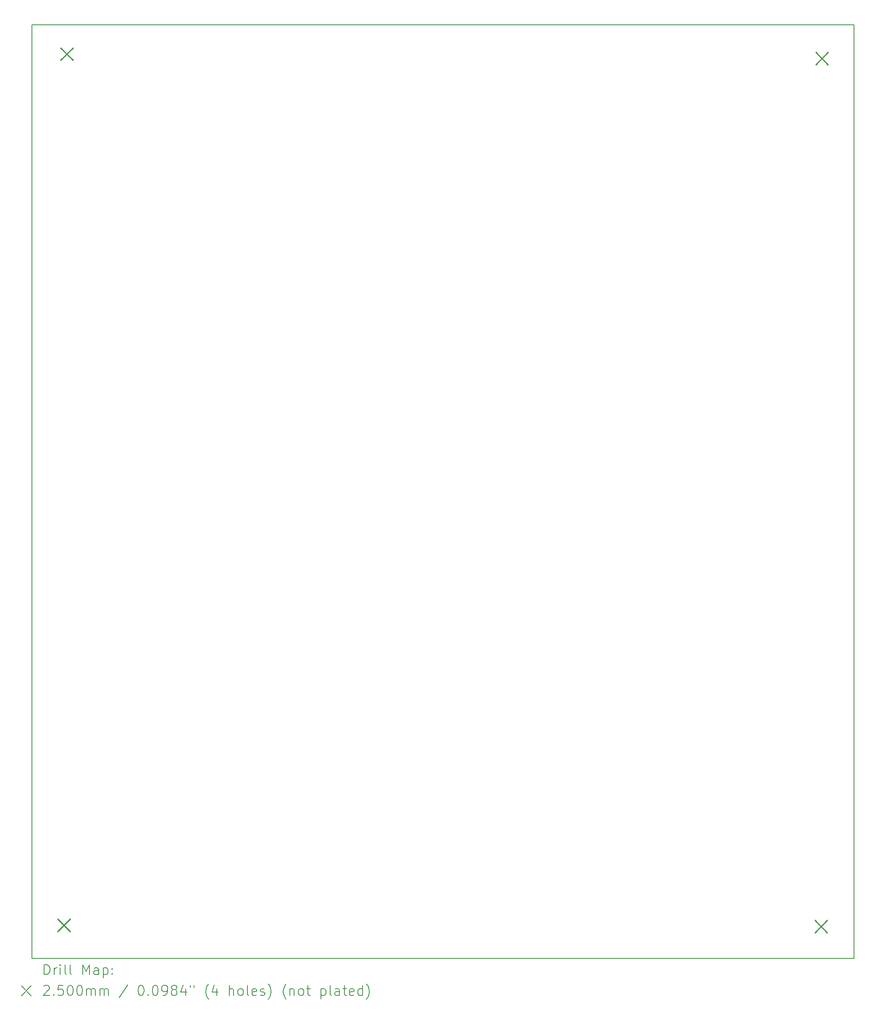
<source format=gbr>
%TF.GenerationSoftware,KiCad,Pcbnew,7.0.10*%
%TF.CreationDate,2024-03-07T18:13:07-07:00*%
%TF.ProjectId,Power_Supply,506f7765-725f-4537-9570-706c792e6b69,rev?*%
%TF.SameCoordinates,Original*%
%TF.FileFunction,Drillmap*%
%TF.FilePolarity,Positive*%
%FSLAX45Y45*%
G04 Gerber Fmt 4.5, Leading zero omitted, Abs format (unit mm)*
G04 Created by KiCad (PCBNEW 7.0.10) date 2024-03-07 18:13:07*
%MOMM*%
%LPD*%
G01*
G04 APERTURE LIST*
%ADD10C,0.200000*%
%ADD11C,0.250000*%
G04 APERTURE END LIST*
D10*
X9847167Y-4966000D02*
X26418167Y-4966000D01*
X26418167Y-23769000D01*
X9847167Y-23769000D01*
X9847167Y-4966000D01*
D11*
X10369667Y-22974000D02*
X10619667Y-23224000D01*
X10619667Y-22974000D02*
X10369667Y-23224000D01*
X10427667Y-5424000D02*
X10677667Y-5674000D01*
X10677667Y-5424000D02*
X10427667Y-5674000D01*
X25629667Y-22997000D02*
X25879667Y-23247000D01*
X25879667Y-22997000D02*
X25629667Y-23247000D01*
X25648667Y-5516000D02*
X25898667Y-5766000D01*
X25898667Y-5516000D02*
X25648667Y-5766000D01*
D10*
X10097944Y-24090484D02*
X10097944Y-23890484D01*
X10097944Y-23890484D02*
X10145563Y-23890484D01*
X10145563Y-23890484D02*
X10174134Y-23900008D01*
X10174134Y-23900008D02*
X10193182Y-23919055D01*
X10193182Y-23919055D02*
X10202706Y-23938103D01*
X10202706Y-23938103D02*
X10212229Y-23976198D01*
X10212229Y-23976198D02*
X10212229Y-24004769D01*
X10212229Y-24004769D02*
X10202706Y-24042865D01*
X10202706Y-24042865D02*
X10193182Y-24061912D01*
X10193182Y-24061912D02*
X10174134Y-24080960D01*
X10174134Y-24080960D02*
X10145563Y-24090484D01*
X10145563Y-24090484D02*
X10097944Y-24090484D01*
X10297944Y-24090484D02*
X10297944Y-23957150D01*
X10297944Y-23995246D02*
X10307467Y-23976198D01*
X10307467Y-23976198D02*
X10316991Y-23966674D01*
X10316991Y-23966674D02*
X10336039Y-23957150D01*
X10336039Y-23957150D02*
X10355087Y-23957150D01*
X10421753Y-24090484D02*
X10421753Y-23957150D01*
X10421753Y-23890484D02*
X10412229Y-23900008D01*
X10412229Y-23900008D02*
X10421753Y-23909531D01*
X10421753Y-23909531D02*
X10431277Y-23900008D01*
X10431277Y-23900008D02*
X10421753Y-23890484D01*
X10421753Y-23890484D02*
X10421753Y-23909531D01*
X10545563Y-24090484D02*
X10526515Y-24080960D01*
X10526515Y-24080960D02*
X10516991Y-24061912D01*
X10516991Y-24061912D02*
X10516991Y-23890484D01*
X10650325Y-24090484D02*
X10631277Y-24080960D01*
X10631277Y-24080960D02*
X10621753Y-24061912D01*
X10621753Y-24061912D02*
X10621753Y-23890484D01*
X10878896Y-24090484D02*
X10878896Y-23890484D01*
X10878896Y-23890484D02*
X10945563Y-24033341D01*
X10945563Y-24033341D02*
X11012229Y-23890484D01*
X11012229Y-23890484D02*
X11012229Y-24090484D01*
X11193182Y-24090484D02*
X11193182Y-23985722D01*
X11193182Y-23985722D02*
X11183658Y-23966674D01*
X11183658Y-23966674D02*
X11164610Y-23957150D01*
X11164610Y-23957150D02*
X11126515Y-23957150D01*
X11126515Y-23957150D02*
X11107467Y-23966674D01*
X11193182Y-24080960D02*
X11174134Y-24090484D01*
X11174134Y-24090484D02*
X11126515Y-24090484D01*
X11126515Y-24090484D02*
X11107467Y-24080960D01*
X11107467Y-24080960D02*
X11097944Y-24061912D01*
X11097944Y-24061912D02*
X11097944Y-24042865D01*
X11097944Y-24042865D02*
X11107467Y-24023817D01*
X11107467Y-24023817D02*
X11126515Y-24014293D01*
X11126515Y-24014293D02*
X11174134Y-24014293D01*
X11174134Y-24014293D02*
X11193182Y-24004769D01*
X11288420Y-23957150D02*
X11288420Y-24157150D01*
X11288420Y-23966674D02*
X11307467Y-23957150D01*
X11307467Y-23957150D02*
X11345563Y-23957150D01*
X11345563Y-23957150D02*
X11364610Y-23966674D01*
X11364610Y-23966674D02*
X11374134Y-23976198D01*
X11374134Y-23976198D02*
X11383658Y-23995246D01*
X11383658Y-23995246D02*
X11383658Y-24052388D01*
X11383658Y-24052388D02*
X11374134Y-24071436D01*
X11374134Y-24071436D02*
X11364610Y-24080960D01*
X11364610Y-24080960D02*
X11345563Y-24090484D01*
X11345563Y-24090484D02*
X11307467Y-24090484D01*
X11307467Y-24090484D02*
X11288420Y-24080960D01*
X11469372Y-24071436D02*
X11478896Y-24080960D01*
X11478896Y-24080960D02*
X11469372Y-24090484D01*
X11469372Y-24090484D02*
X11459848Y-24080960D01*
X11459848Y-24080960D02*
X11469372Y-24071436D01*
X11469372Y-24071436D02*
X11469372Y-24090484D01*
X11469372Y-23966674D02*
X11478896Y-23976198D01*
X11478896Y-23976198D02*
X11469372Y-23985722D01*
X11469372Y-23985722D02*
X11459848Y-23976198D01*
X11459848Y-23976198D02*
X11469372Y-23966674D01*
X11469372Y-23966674D02*
X11469372Y-23985722D01*
X9637167Y-24319000D02*
X9837167Y-24519000D01*
X9837167Y-24319000D02*
X9637167Y-24519000D01*
X10088420Y-24329531D02*
X10097944Y-24320008D01*
X10097944Y-24320008D02*
X10116991Y-24310484D01*
X10116991Y-24310484D02*
X10164610Y-24310484D01*
X10164610Y-24310484D02*
X10183658Y-24320008D01*
X10183658Y-24320008D02*
X10193182Y-24329531D01*
X10193182Y-24329531D02*
X10202706Y-24348579D01*
X10202706Y-24348579D02*
X10202706Y-24367627D01*
X10202706Y-24367627D02*
X10193182Y-24396198D01*
X10193182Y-24396198D02*
X10078896Y-24510484D01*
X10078896Y-24510484D02*
X10202706Y-24510484D01*
X10288420Y-24491436D02*
X10297944Y-24500960D01*
X10297944Y-24500960D02*
X10288420Y-24510484D01*
X10288420Y-24510484D02*
X10278896Y-24500960D01*
X10278896Y-24500960D02*
X10288420Y-24491436D01*
X10288420Y-24491436D02*
X10288420Y-24510484D01*
X10478896Y-24310484D02*
X10383658Y-24310484D01*
X10383658Y-24310484D02*
X10374134Y-24405722D01*
X10374134Y-24405722D02*
X10383658Y-24396198D01*
X10383658Y-24396198D02*
X10402706Y-24386674D01*
X10402706Y-24386674D02*
X10450325Y-24386674D01*
X10450325Y-24386674D02*
X10469372Y-24396198D01*
X10469372Y-24396198D02*
X10478896Y-24405722D01*
X10478896Y-24405722D02*
X10488420Y-24424769D01*
X10488420Y-24424769D02*
X10488420Y-24472388D01*
X10488420Y-24472388D02*
X10478896Y-24491436D01*
X10478896Y-24491436D02*
X10469372Y-24500960D01*
X10469372Y-24500960D02*
X10450325Y-24510484D01*
X10450325Y-24510484D02*
X10402706Y-24510484D01*
X10402706Y-24510484D02*
X10383658Y-24500960D01*
X10383658Y-24500960D02*
X10374134Y-24491436D01*
X10612229Y-24310484D02*
X10631277Y-24310484D01*
X10631277Y-24310484D02*
X10650325Y-24320008D01*
X10650325Y-24320008D02*
X10659848Y-24329531D01*
X10659848Y-24329531D02*
X10669372Y-24348579D01*
X10669372Y-24348579D02*
X10678896Y-24386674D01*
X10678896Y-24386674D02*
X10678896Y-24434293D01*
X10678896Y-24434293D02*
X10669372Y-24472388D01*
X10669372Y-24472388D02*
X10659848Y-24491436D01*
X10659848Y-24491436D02*
X10650325Y-24500960D01*
X10650325Y-24500960D02*
X10631277Y-24510484D01*
X10631277Y-24510484D02*
X10612229Y-24510484D01*
X10612229Y-24510484D02*
X10593182Y-24500960D01*
X10593182Y-24500960D02*
X10583658Y-24491436D01*
X10583658Y-24491436D02*
X10574134Y-24472388D01*
X10574134Y-24472388D02*
X10564610Y-24434293D01*
X10564610Y-24434293D02*
X10564610Y-24386674D01*
X10564610Y-24386674D02*
X10574134Y-24348579D01*
X10574134Y-24348579D02*
X10583658Y-24329531D01*
X10583658Y-24329531D02*
X10593182Y-24320008D01*
X10593182Y-24320008D02*
X10612229Y-24310484D01*
X10802706Y-24310484D02*
X10821753Y-24310484D01*
X10821753Y-24310484D02*
X10840801Y-24320008D01*
X10840801Y-24320008D02*
X10850325Y-24329531D01*
X10850325Y-24329531D02*
X10859848Y-24348579D01*
X10859848Y-24348579D02*
X10869372Y-24386674D01*
X10869372Y-24386674D02*
X10869372Y-24434293D01*
X10869372Y-24434293D02*
X10859848Y-24472388D01*
X10859848Y-24472388D02*
X10850325Y-24491436D01*
X10850325Y-24491436D02*
X10840801Y-24500960D01*
X10840801Y-24500960D02*
X10821753Y-24510484D01*
X10821753Y-24510484D02*
X10802706Y-24510484D01*
X10802706Y-24510484D02*
X10783658Y-24500960D01*
X10783658Y-24500960D02*
X10774134Y-24491436D01*
X10774134Y-24491436D02*
X10764610Y-24472388D01*
X10764610Y-24472388D02*
X10755087Y-24434293D01*
X10755087Y-24434293D02*
X10755087Y-24386674D01*
X10755087Y-24386674D02*
X10764610Y-24348579D01*
X10764610Y-24348579D02*
X10774134Y-24329531D01*
X10774134Y-24329531D02*
X10783658Y-24320008D01*
X10783658Y-24320008D02*
X10802706Y-24310484D01*
X10955087Y-24510484D02*
X10955087Y-24377150D01*
X10955087Y-24396198D02*
X10964610Y-24386674D01*
X10964610Y-24386674D02*
X10983658Y-24377150D01*
X10983658Y-24377150D02*
X11012229Y-24377150D01*
X11012229Y-24377150D02*
X11031277Y-24386674D01*
X11031277Y-24386674D02*
X11040801Y-24405722D01*
X11040801Y-24405722D02*
X11040801Y-24510484D01*
X11040801Y-24405722D02*
X11050325Y-24386674D01*
X11050325Y-24386674D02*
X11069372Y-24377150D01*
X11069372Y-24377150D02*
X11097944Y-24377150D01*
X11097944Y-24377150D02*
X11116991Y-24386674D01*
X11116991Y-24386674D02*
X11126515Y-24405722D01*
X11126515Y-24405722D02*
X11126515Y-24510484D01*
X11221753Y-24510484D02*
X11221753Y-24377150D01*
X11221753Y-24396198D02*
X11231277Y-24386674D01*
X11231277Y-24386674D02*
X11250325Y-24377150D01*
X11250325Y-24377150D02*
X11278896Y-24377150D01*
X11278896Y-24377150D02*
X11297944Y-24386674D01*
X11297944Y-24386674D02*
X11307467Y-24405722D01*
X11307467Y-24405722D02*
X11307467Y-24510484D01*
X11307467Y-24405722D02*
X11316991Y-24386674D01*
X11316991Y-24386674D02*
X11336039Y-24377150D01*
X11336039Y-24377150D02*
X11364610Y-24377150D01*
X11364610Y-24377150D02*
X11383658Y-24386674D01*
X11383658Y-24386674D02*
X11393182Y-24405722D01*
X11393182Y-24405722D02*
X11393182Y-24510484D01*
X11783658Y-24300960D02*
X11612229Y-24558103D01*
X12040801Y-24310484D02*
X12059849Y-24310484D01*
X12059849Y-24310484D02*
X12078896Y-24320008D01*
X12078896Y-24320008D02*
X12088420Y-24329531D01*
X12088420Y-24329531D02*
X12097944Y-24348579D01*
X12097944Y-24348579D02*
X12107468Y-24386674D01*
X12107468Y-24386674D02*
X12107468Y-24434293D01*
X12107468Y-24434293D02*
X12097944Y-24472388D01*
X12097944Y-24472388D02*
X12088420Y-24491436D01*
X12088420Y-24491436D02*
X12078896Y-24500960D01*
X12078896Y-24500960D02*
X12059849Y-24510484D01*
X12059849Y-24510484D02*
X12040801Y-24510484D01*
X12040801Y-24510484D02*
X12021753Y-24500960D01*
X12021753Y-24500960D02*
X12012229Y-24491436D01*
X12012229Y-24491436D02*
X12002706Y-24472388D01*
X12002706Y-24472388D02*
X11993182Y-24434293D01*
X11993182Y-24434293D02*
X11993182Y-24386674D01*
X11993182Y-24386674D02*
X12002706Y-24348579D01*
X12002706Y-24348579D02*
X12012229Y-24329531D01*
X12012229Y-24329531D02*
X12021753Y-24320008D01*
X12021753Y-24320008D02*
X12040801Y-24310484D01*
X12193182Y-24491436D02*
X12202706Y-24500960D01*
X12202706Y-24500960D02*
X12193182Y-24510484D01*
X12193182Y-24510484D02*
X12183658Y-24500960D01*
X12183658Y-24500960D02*
X12193182Y-24491436D01*
X12193182Y-24491436D02*
X12193182Y-24510484D01*
X12326515Y-24310484D02*
X12345563Y-24310484D01*
X12345563Y-24310484D02*
X12364610Y-24320008D01*
X12364610Y-24320008D02*
X12374134Y-24329531D01*
X12374134Y-24329531D02*
X12383658Y-24348579D01*
X12383658Y-24348579D02*
X12393182Y-24386674D01*
X12393182Y-24386674D02*
X12393182Y-24434293D01*
X12393182Y-24434293D02*
X12383658Y-24472388D01*
X12383658Y-24472388D02*
X12374134Y-24491436D01*
X12374134Y-24491436D02*
X12364610Y-24500960D01*
X12364610Y-24500960D02*
X12345563Y-24510484D01*
X12345563Y-24510484D02*
X12326515Y-24510484D01*
X12326515Y-24510484D02*
X12307468Y-24500960D01*
X12307468Y-24500960D02*
X12297944Y-24491436D01*
X12297944Y-24491436D02*
X12288420Y-24472388D01*
X12288420Y-24472388D02*
X12278896Y-24434293D01*
X12278896Y-24434293D02*
X12278896Y-24386674D01*
X12278896Y-24386674D02*
X12288420Y-24348579D01*
X12288420Y-24348579D02*
X12297944Y-24329531D01*
X12297944Y-24329531D02*
X12307468Y-24320008D01*
X12307468Y-24320008D02*
X12326515Y-24310484D01*
X12488420Y-24510484D02*
X12526515Y-24510484D01*
X12526515Y-24510484D02*
X12545563Y-24500960D01*
X12545563Y-24500960D02*
X12555087Y-24491436D01*
X12555087Y-24491436D02*
X12574134Y-24462865D01*
X12574134Y-24462865D02*
X12583658Y-24424769D01*
X12583658Y-24424769D02*
X12583658Y-24348579D01*
X12583658Y-24348579D02*
X12574134Y-24329531D01*
X12574134Y-24329531D02*
X12564610Y-24320008D01*
X12564610Y-24320008D02*
X12545563Y-24310484D01*
X12545563Y-24310484D02*
X12507468Y-24310484D01*
X12507468Y-24310484D02*
X12488420Y-24320008D01*
X12488420Y-24320008D02*
X12478896Y-24329531D01*
X12478896Y-24329531D02*
X12469372Y-24348579D01*
X12469372Y-24348579D02*
X12469372Y-24396198D01*
X12469372Y-24396198D02*
X12478896Y-24415246D01*
X12478896Y-24415246D02*
X12488420Y-24424769D01*
X12488420Y-24424769D02*
X12507468Y-24434293D01*
X12507468Y-24434293D02*
X12545563Y-24434293D01*
X12545563Y-24434293D02*
X12564610Y-24424769D01*
X12564610Y-24424769D02*
X12574134Y-24415246D01*
X12574134Y-24415246D02*
X12583658Y-24396198D01*
X12697944Y-24396198D02*
X12678896Y-24386674D01*
X12678896Y-24386674D02*
X12669372Y-24377150D01*
X12669372Y-24377150D02*
X12659849Y-24358103D01*
X12659849Y-24358103D02*
X12659849Y-24348579D01*
X12659849Y-24348579D02*
X12669372Y-24329531D01*
X12669372Y-24329531D02*
X12678896Y-24320008D01*
X12678896Y-24320008D02*
X12697944Y-24310484D01*
X12697944Y-24310484D02*
X12736039Y-24310484D01*
X12736039Y-24310484D02*
X12755087Y-24320008D01*
X12755087Y-24320008D02*
X12764610Y-24329531D01*
X12764610Y-24329531D02*
X12774134Y-24348579D01*
X12774134Y-24348579D02*
X12774134Y-24358103D01*
X12774134Y-24358103D02*
X12764610Y-24377150D01*
X12764610Y-24377150D02*
X12755087Y-24386674D01*
X12755087Y-24386674D02*
X12736039Y-24396198D01*
X12736039Y-24396198D02*
X12697944Y-24396198D01*
X12697944Y-24396198D02*
X12678896Y-24405722D01*
X12678896Y-24405722D02*
X12669372Y-24415246D01*
X12669372Y-24415246D02*
X12659849Y-24434293D01*
X12659849Y-24434293D02*
X12659849Y-24472388D01*
X12659849Y-24472388D02*
X12669372Y-24491436D01*
X12669372Y-24491436D02*
X12678896Y-24500960D01*
X12678896Y-24500960D02*
X12697944Y-24510484D01*
X12697944Y-24510484D02*
X12736039Y-24510484D01*
X12736039Y-24510484D02*
X12755087Y-24500960D01*
X12755087Y-24500960D02*
X12764610Y-24491436D01*
X12764610Y-24491436D02*
X12774134Y-24472388D01*
X12774134Y-24472388D02*
X12774134Y-24434293D01*
X12774134Y-24434293D02*
X12764610Y-24415246D01*
X12764610Y-24415246D02*
X12755087Y-24405722D01*
X12755087Y-24405722D02*
X12736039Y-24396198D01*
X12945563Y-24377150D02*
X12945563Y-24510484D01*
X12897944Y-24300960D02*
X12850325Y-24443817D01*
X12850325Y-24443817D02*
X12974134Y-24443817D01*
X13040801Y-24310484D02*
X13040801Y-24348579D01*
X13116991Y-24310484D02*
X13116991Y-24348579D01*
X13412230Y-24586674D02*
X13402706Y-24577150D01*
X13402706Y-24577150D02*
X13383658Y-24548579D01*
X13383658Y-24548579D02*
X13374134Y-24529531D01*
X13374134Y-24529531D02*
X13364611Y-24500960D01*
X13364611Y-24500960D02*
X13355087Y-24453341D01*
X13355087Y-24453341D02*
X13355087Y-24415246D01*
X13355087Y-24415246D02*
X13364611Y-24367627D01*
X13364611Y-24367627D02*
X13374134Y-24339055D01*
X13374134Y-24339055D02*
X13383658Y-24320008D01*
X13383658Y-24320008D02*
X13402706Y-24291436D01*
X13402706Y-24291436D02*
X13412230Y-24281912D01*
X13574134Y-24377150D02*
X13574134Y-24510484D01*
X13526515Y-24300960D02*
X13478896Y-24443817D01*
X13478896Y-24443817D02*
X13602706Y-24443817D01*
X13831277Y-24510484D02*
X13831277Y-24310484D01*
X13916992Y-24510484D02*
X13916992Y-24405722D01*
X13916992Y-24405722D02*
X13907468Y-24386674D01*
X13907468Y-24386674D02*
X13888420Y-24377150D01*
X13888420Y-24377150D02*
X13859849Y-24377150D01*
X13859849Y-24377150D02*
X13840801Y-24386674D01*
X13840801Y-24386674D02*
X13831277Y-24396198D01*
X14040801Y-24510484D02*
X14021753Y-24500960D01*
X14021753Y-24500960D02*
X14012230Y-24491436D01*
X14012230Y-24491436D02*
X14002706Y-24472388D01*
X14002706Y-24472388D02*
X14002706Y-24415246D01*
X14002706Y-24415246D02*
X14012230Y-24396198D01*
X14012230Y-24396198D02*
X14021753Y-24386674D01*
X14021753Y-24386674D02*
X14040801Y-24377150D01*
X14040801Y-24377150D02*
X14069373Y-24377150D01*
X14069373Y-24377150D02*
X14088420Y-24386674D01*
X14088420Y-24386674D02*
X14097944Y-24396198D01*
X14097944Y-24396198D02*
X14107468Y-24415246D01*
X14107468Y-24415246D02*
X14107468Y-24472388D01*
X14107468Y-24472388D02*
X14097944Y-24491436D01*
X14097944Y-24491436D02*
X14088420Y-24500960D01*
X14088420Y-24500960D02*
X14069373Y-24510484D01*
X14069373Y-24510484D02*
X14040801Y-24510484D01*
X14221753Y-24510484D02*
X14202706Y-24500960D01*
X14202706Y-24500960D02*
X14193182Y-24481912D01*
X14193182Y-24481912D02*
X14193182Y-24310484D01*
X14374134Y-24500960D02*
X14355087Y-24510484D01*
X14355087Y-24510484D02*
X14316992Y-24510484D01*
X14316992Y-24510484D02*
X14297944Y-24500960D01*
X14297944Y-24500960D02*
X14288420Y-24481912D01*
X14288420Y-24481912D02*
X14288420Y-24405722D01*
X14288420Y-24405722D02*
X14297944Y-24386674D01*
X14297944Y-24386674D02*
X14316992Y-24377150D01*
X14316992Y-24377150D02*
X14355087Y-24377150D01*
X14355087Y-24377150D02*
X14374134Y-24386674D01*
X14374134Y-24386674D02*
X14383658Y-24405722D01*
X14383658Y-24405722D02*
X14383658Y-24424769D01*
X14383658Y-24424769D02*
X14288420Y-24443817D01*
X14459849Y-24500960D02*
X14478896Y-24510484D01*
X14478896Y-24510484D02*
X14516992Y-24510484D01*
X14516992Y-24510484D02*
X14536039Y-24500960D01*
X14536039Y-24500960D02*
X14545563Y-24481912D01*
X14545563Y-24481912D02*
X14545563Y-24472388D01*
X14545563Y-24472388D02*
X14536039Y-24453341D01*
X14536039Y-24453341D02*
X14516992Y-24443817D01*
X14516992Y-24443817D02*
X14488420Y-24443817D01*
X14488420Y-24443817D02*
X14469373Y-24434293D01*
X14469373Y-24434293D02*
X14459849Y-24415246D01*
X14459849Y-24415246D02*
X14459849Y-24405722D01*
X14459849Y-24405722D02*
X14469373Y-24386674D01*
X14469373Y-24386674D02*
X14488420Y-24377150D01*
X14488420Y-24377150D02*
X14516992Y-24377150D01*
X14516992Y-24377150D02*
X14536039Y-24386674D01*
X14612230Y-24586674D02*
X14621754Y-24577150D01*
X14621754Y-24577150D02*
X14640801Y-24548579D01*
X14640801Y-24548579D02*
X14650325Y-24529531D01*
X14650325Y-24529531D02*
X14659849Y-24500960D01*
X14659849Y-24500960D02*
X14669373Y-24453341D01*
X14669373Y-24453341D02*
X14669373Y-24415246D01*
X14669373Y-24415246D02*
X14659849Y-24367627D01*
X14659849Y-24367627D02*
X14650325Y-24339055D01*
X14650325Y-24339055D02*
X14640801Y-24320008D01*
X14640801Y-24320008D02*
X14621754Y-24291436D01*
X14621754Y-24291436D02*
X14612230Y-24281912D01*
X14974135Y-24586674D02*
X14964611Y-24577150D01*
X14964611Y-24577150D02*
X14945563Y-24548579D01*
X14945563Y-24548579D02*
X14936039Y-24529531D01*
X14936039Y-24529531D02*
X14926515Y-24500960D01*
X14926515Y-24500960D02*
X14916992Y-24453341D01*
X14916992Y-24453341D02*
X14916992Y-24415246D01*
X14916992Y-24415246D02*
X14926515Y-24367627D01*
X14926515Y-24367627D02*
X14936039Y-24339055D01*
X14936039Y-24339055D02*
X14945563Y-24320008D01*
X14945563Y-24320008D02*
X14964611Y-24291436D01*
X14964611Y-24291436D02*
X14974135Y-24281912D01*
X15050325Y-24377150D02*
X15050325Y-24510484D01*
X15050325Y-24396198D02*
X15059849Y-24386674D01*
X15059849Y-24386674D02*
X15078896Y-24377150D01*
X15078896Y-24377150D02*
X15107468Y-24377150D01*
X15107468Y-24377150D02*
X15126515Y-24386674D01*
X15126515Y-24386674D02*
X15136039Y-24405722D01*
X15136039Y-24405722D02*
X15136039Y-24510484D01*
X15259849Y-24510484D02*
X15240801Y-24500960D01*
X15240801Y-24500960D02*
X15231277Y-24491436D01*
X15231277Y-24491436D02*
X15221754Y-24472388D01*
X15221754Y-24472388D02*
X15221754Y-24415246D01*
X15221754Y-24415246D02*
X15231277Y-24396198D01*
X15231277Y-24396198D02*
X15240801Y-24386674D01*
X15240801Y-24386674D02*
X15259849Y-24377150D01*
X15259849Y-24377150D02*
X15288420Y-24377150D01*
X15288420Y-24377150D02*
X15307468Y-24386674D01*
X15307468Y-24386674D02*
X15316992Y-24396198D01*
X15316992Y-24396198D02*
X15326515Y-24415246D01*
X15326515Y-24415246D02*
X15326515Y-24472388D01*
X15326515Y-24472388D02*
X15316992Y-24491436D01*
X15316992Y-24491436D02*
X15307468Y-24500960D01*
X15307468Y-24500960D02*
X15288420Y-24510484D01*
X15288420Y-24510484D02*
X15259849Y-24510484D01*
X15383658Y-24377150D02*
X15459849Y-24377150D01*
X15412230Y-24310484D02*
X15412230Y-24481912D01*
X15412230Y-24481912D02*
X15421754Y-24500960D01*
X15421754Y-24500960D02*
X15440801Y-24510484D01*
X15440801Y-24510484D02*
X15459849Y-24510484D01*
X15678896Y-24377150D02*
X15678896Y-24577150D01*
X15678896Y-24386674D02*
X15697944Y-24377150D01*
X15697944Y-24377150D02*
X15736039Y-24377150D01*
X15736039Y-24377150D02*
X15755087Y-24386674D01*
X15755087Y-24386674D02*
X15764611Y-24396198D01*
X15764611Y-24396198D02*
X15774135Y-24415246D01*
X15774135Y-24415246D02*
X15774135Y-24472388D01*
X15774135Y-24472388D02*
X15764611Y-24491436D01*
X15764611Y-24491436D02*
X15755087Y-24500960D01*
X15755087Y-24500960D02*
X15736039Y-24510484D01*
X15736039Y-24510484D02*
X15697944Y-24510484D01*
X15697944Y-24510484D02*
X15678896Y-24500960D01*
X15888420Y-24510484D02*
X15869373Y-24500960D01*
X15869373Y-24500960D02*
X15859849Y-24481912D01*
X15859849Y-24481912D02*
X15859849Y-24310484D01*
X16050325Y-24510484D02*
X16050325Y-24405722D01*
X16050325Y-24405722D02*
X16040801Y-24386674D01*
X16040801Y-24386674D02*
X16021754Y-24377150D01*
X16021754Y-24377150D02*
X15983658Y-24377150D01*
X15983658Y-24377150D02*
X15964611Y-24386674D01*
X16050325Y-24500960D02*
X16031277Y-24510484D01*
X16031277Y-24510484D02*
X15983658Y-24510484D01*
X15983658Y-24510484D02*
X15964611Y-24500960D01*
X15964611Y-24500960D02*
X15955087Y-24481912D01*
X15955087Y-24481912D02*
X15955087Y-24462865D01*
X15955087Y-24462865D02*
X15964611Y-24443817D01*
X15964611Y-24443817D02*
X15983658Y-24434293D01*
X15983658Y-24434293D02*
X16031277Y-24434293D01*
X16031277Y-24434293D02*
X16050325Y-24424769D01*
X16116992Y-24377150D02*
X16193182Y-24377150D01*
X16145563Y-24310484D02*
X16145563Y-24481912D01*
X16145563Y-24481912D02*
X16155087Y-24500960D01*
X16155087Y-24500960D02*
X16174135Y-24510484D01*
X16174135Y-24510484D02*
X16193182Y-24510484D01*
X16336039Y-24500960D02*
X16316992Y-24510484D01*
X16316992Y-24510484D02*
X16278896Y-24510484D01*
X16278896Y-24510484D02*
X16259849Y-24500960D01*
X16259849Y-24500960D02*
X16250325Y-24481912D01*
X16250325Y-24481912D02*
X16250325Y-24405722D01*
X16250325Y-24405722D02*
X16259849Y-24386674D01*
X16259849Y-24386674D02*
X16278896Y-24377150D01*
X16278896Y-24377150D02*
X16316992Y-24377150D01*
X16316992Y-24377150D02*
X16336039Y-24386674D01*
X16336039Y-24386674D02*
X16345563Y-24405722D01*
X16345563Y-24405722D02*
X16345563Y-24424769D01*
X16345563Y-24424769D02*
X16250325Y-24443817D01*
X16516992Y-24510484D02*
X16516992Y-24310484D01*
X16516992Y-24500960D02*
X16497944Y-24510484D01*
X16497944Y-24510484D02*
X16459849Y-24510484D01*
X16459849Y-24510484D02*
X16440801Y-24500960D01*
X16440801Y-24500960D02*
X16431277Y-24491436D01*
X16431277Y-24491436D02*
X16421754Y-24472388D01*
X16421754Y-24472388D02*
X16421754Y-24415246D01*
X16421754Y-24415246D02*
X16431277Y-24396198D01*
X16431277Y-24396198D02*
X16440801Y-24386674D01*
X16440801Y-24386674D02*
X16459849Y-24377150D01*
X16459849Y-24377150D02*
X16497944Y-24377150D01*
X16497944Y-24377150D02*
X16516992Y-24386674D01*
X16593182Y-24586674D02*
X16602706Y-24577150D01*
X16602706Y-24577150D02*
X16621754Y-24548579D01*
X16621754Y-24548579D02*
X16631277Y-24529531D01*
X16631277Y-24529531D02*
X16640801Y-24500960D01*
X16640801Y-24500960D02*
X16650325Y-24453341D01*
X16650325Y-24453341D02*
X16650325Y-24415246D01*
X16650325Y-24415246D02*
X16640801Y-24367627D01*
X16640801Y-24367627D02*
X16631277Y-24339055D01*
X16631277Y-24339055D02*
X16621754Y-24320008D01*
X16621754Y-24320008D02*
X16602706Y-24291436D01*
X16602706Y-24291436D02*
X16593182Y-24281912D01*
M02*

</source>
